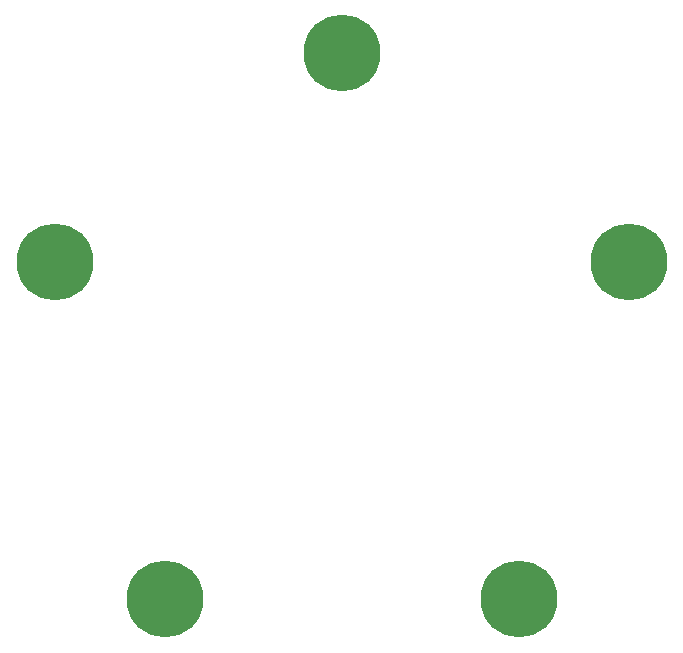
<source format=gbr>
%TF.GenerationSoftware,KiCad,Pcbnew,5.1.6-c6e7f7d~87~ubuntu18.04.1*%
%TF.CreationDate,2020-07-29T15:29:24-07:00*%
%TF.ProjectId,mountingplate,6d6f756e-7469-46e6-9770-6c6174652e6b,rev?*%
%TF.SameCoordinates,Original*%
%TF.FileFunction,Soldermask,Top*%
%TF.FilePolarity,Negative*%
%FSLAX46Y46*%
G04 Gerber Fmt 4.6, Leading zero omitted, Abs format (unit mm)*
G04 Created by KiCad (PCBNEW 5.1.6-c6e7f7d~87~ubuntu18.04.1) date 2020-07-29 15:29:24*
%MOMM*%
%LPD*%
G01*
G04 APERTURE LIST*
%ADD10C,6.500000*%
%ADD11C,0.900000*%
G04 APERTURE END LIST*
D10*
%TO.C,M1*%
X100840000Y-90048000D03*
D11*
X102781641Y-91458685D03*
X101215443Y-92418452D03*
X99429315Y-91989641D03*
X98469548Y-90423443D03*
X98898359Y-88637315D03*
X100464557Y-87677548D03*
X102250685Y-88106359D03*
X103210452Y-89672557D03*
%TD*%
%TO.C,M2*%
X131215443Y-87677548D03*
X129429315Y-88106359D03*
X128469548Y-89672557D03*
X128898359Y-91458685D03*
X130464557Y-92418452D03*
X132250685Y-91989641D03*
X133210452Y-90423443D03*
X132781641Y-88637315D03*
D10*
X130840000Y-90048000D03*
%TD*%
D11*
%TO.C,M3*%
X117537056Y-42150944D03*
X115840000Y-41448000D03*
X114142944Y-42150944D03*
X113440000Y-43848000D03*
X114142944Y-45545056D03*
X115840000Y-46248000D03*
X117537056Y-45545056D03*
X118240000Y-43848000D03*
D10*
X115840000Y-43848000D03*
%TD*%
D11*
%TO.C,M5*%
X138001585Y-60458423D03*
X137857464Y-62289641D03*
X139050423Y-63686415D03*
X140881641Y-63830536D03*
X142278415Y-62637577D03*
X142422536Y-60806359D03*
X141229577Y-59409585D03*
X139398359Y-59265464D03*
D10*
X140140000Y-61548000D03*
%TD*%
%TO.C,M4*%
X91540000Y-61548000D03*
D11*
X90798359Y-63830536D03*
X89401585Y-62637577D03*
X89257464Y-60806359D03*
X90450423Y-59409585D03*
X92281641Y-59265464D03*
X93678415Y-60458423D03*
X93822536Y-62289641D03*
X92629577Y-63686415D03*
%TD*%
M02*

</source>
